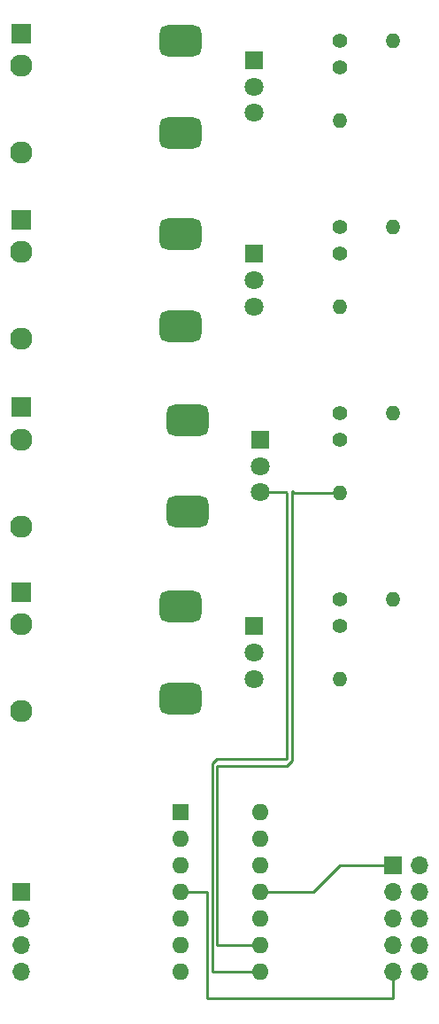
<source format=gbr>
%TF.GenerationSoftware,KiCad,Pcbnew,7.0.8*%
%TF.CreationDate,2023-10-15T22:05:21-04:00*%
%TF.ProjectId,Gates Out,47617465-7320-44f7-9574-2e6b69636164,rev?*%
%TF.SameCoordinates,Original*%
%TF.FileFunction,Copper,L1,Top*%
%TF.FilePolarity,Positive*%
%FSLAX46Y46*%
G04 Gerber Fmt 4.6, Leading zero omitted, Abs format (unit mm)*
G04 Created by KiCad (PCBNEW 7.0.8) date 2023-10-15 22:05:21*
%MOMM*%
%LPD*%
G01*
G04 APERTURE LIST*
G04 Aperture macros list*
%AMRoundRect*
0 Rectangle with rounded corners*
0 $1 Rounding radius*
0 $2 $3 $4 $5 $6 $7 $8 $9 X,Y pos of 4 corners*
0 Add a 4 corners polygon primitive as box body*
4,1,4,$2,$3,$4,$5,$6,$7,$8,$9,$2,$3,0*
0 Add four circle primitives for the rounded corners*
1,1,$1+$1,$2,$3*
1,1,$1+$1,$4,$5*
1,1,$1+$1,$6,$7*
1,1,$1+$1,$8,$9*
0 Add four rect primitives between the rounded corners*
20,1,$1+$1,$2,$3,$4,$5,0*
20,1,$1+$1,$4,$5,$6,$7,0*
20,1,$1+$1,$6,$7,$8,$9,0*
20,1,$1+$1,$8,$9,$2,$3,0*%
G04 Aperture macros list end*
%TA.AperFunction,ComponentPad*%
%ADD10R,1.600000X1.600000*%
%TD*%
%TA.AperFunction,ComponentPad*%
%ADD11O,1.600000X1.600000*%
%TD*%
%TA.AperFunction,ComponentPad*%
%ADD12R,1.800000X1.800000*%
%TD*%
%TA.AperFunction,ComponentPad*%
%ADD13C,1.800000*%
%TD*%
%TA.AperFunction,ComponentPad*%
%ADD14RoundRect,0.750000X1.250000X0.750000X-1.250000X0.750000X-1.250000X-0.750000X1.250000X-0.750000X0*%
%TD*%
%TA.AperFunction,ComponentPad*%
%ADD15C,1.400000*%
%TD*%
%TA.AperFunction,ComponentPad*%
%ADD16O,1.400000X1.400000*%
%TD*%
%TA.AperFunction,ComponentPad*%
%ADD17R,1.930000X1.830000*%
%TD*%
%TA.AperFunction,ComponentPad*%
%ADD18C,2.130000*%
%TD*%
%TA.AperFunction,ComponentPad*%
%ADD19O,1.700000X1.700000*%
%TD*%
%TA.AperFunction,ComponentPad*%
%ADD20R,1.700000X1.700000*%
%TD*%
%TA.AperFunction,Conductor*%
%ADD21C,0.250000*%
%TD*%
G04 APERTURE END LIST*
D10*
%TO.P,U1,1*%
%TO.N,Net-(J3-PadT)*%
X147320000Y-132080000D03*
D11*
%TO.P,U1,2,-*%
%TO.N,Net-(U1A--)*%
X147320000Y-134620000D03*
%TO.P,U1,3,+*%
%TO.N,in1*%
X147320000Y-137160000D03*
%TO.P,U1,4,V+*%
%TO.N,Net-(J1-Pin_9)*%
X147320000Y-139700000D03*
%TO.P,U1,5,+*%
%TO.N,in2*%
X147320000Y-142240000D03*
%TO.P,U1,6,-*%
%TO.N,Net-(U1B--)*%
X147320000Y-144780000D03*
%TO.P,U1,7*%
%TO.N,Net-(J4-PadT)*%
X147320000Y-147320000D03*
%TO.P,U1,8*%
%TO.N,Net-(J5-PadT)*%
X154940000Y-147320000D03*
%TO.P,U1,9,-*%
%TO.N,Net-(U1C--)*%
X154940000Y-144780000D03*
%TO.P,U1,10,+*%
%TO.N,in3*%
X154940000Y-142240000D03*
%TO.P,U1,11,V-*%
%TO.N,Net-(J1-Pin_1)*%
X154940000Y-139700000D03*
%TO.P,U1,12,+*%
%TO.N,in4*%
X154940000Y-137160000D03*
%TO.P,U1,13,-*%
%TO.N,Net-(U1D--)*%
X154940000Y-134620000D03*
%TO.P,U1,14*%
%TO.N,Net-(J6-PadT)*%
X154940000Y-132080000D03*
%TD*%
D12*
%TO.P,RV4,1,1*%
%TO.N,GND*%
X154320000Y-114340000D03*
D13*
%TO.P,RV4,2,2*%
%TO.N,unconnected-(RV4-Pad2)*%
X154320000Y-116840000D03*
%TO.P,RV4,3,3*%
%TO.N,Net-(J6-PadT)*%
X154320000Y-119340000D03*
D14*
%TO.P,RV4,MP*%
%TO.N,N/C*%
X147320000Y-112440000D03*
X147320000Y-121240000D03*
%TD*%
D12*
%TO.P,RV3,1,1*%
%TO.N,GND*%
X154940000Y-96520000D03*
D13*
%TO.P,RV3,2,2*%
%TO.N,unconnected-(RV3-Pad2)*%
X154940000Y-99020000D03*
%TO.P,RV3,3,3*%
%TO.N,Net-(J5-PadT)*%
X154940000Y-101520000D03*
D14*
%TO.P,RV3,MP*%
%TO.N,N/C*%
X147940000Y-94620000D03*
X147940000Y-103420000D03*
%TD*%
D12*
%TO.P,RV2,1,1*%
%TO.N,GND*%
X154320000Y-78780000D03*
D13*
%TO.P,RV2,2,2*%
%TO.N,unconnected-(RV2-Pad2)*%
X154320000Y-81280000D03*
%TO.P,RV2,3,3*%
%TO.N,Net-(J4-PadT)*%
X154320000Y-83780000D03*
D14*
%TO.P,RV2,MP*%
%TO.N,N/C*%
X147320000Y-76880000D03*
X147320000Y-85680000D03*
%TD*%
D12*
%TO.P,RV1,1,1*%
%TO.N,GND*%
X154320000Y-60320000D03*
D13*
%TO.P,RV1,2,2*%
%TO.N,unconnected-(RV1-Pad2)*%
X154320000Y-62820000D03*
%TO.P,RV1,3,3*%
%TO.N,Net-(J3-PadT)*%
X154320000Y-65320000D03*
D14*
%TO.P,RV1,MP*%
%TO.N,N/C*%
X147320000Y-58420000D03*
X147320000Y-67220000D03*
%TD*%
D15*
%TO.P,R8,1*%
%TO.N,Net-(J6-PadT)*%
X162560000Y-114300000D03*
D16*
%TO.P,R8,2*%
%TO.N,Net-(U1D--)*%
X162560000Y-119380000D03*
%TD*%
D15*
%TO.P,R7,1*%
%TO.N,GND*%
X162560000Y-111760000D03*
D16*
%TO.P,R7,2*%
%TO.N,Net-(U1D--)*%
X167640000Y-111760000D03*
%TD*%
D15*
%TO.P,R6,1*%
%TO.N,Net-(J5-PadT)*%
X162560000Y-96520000D03*
D16*
%TO.P,R6,2*%
%TO.N,Net-(U1C--)*%
X162560000Y-101600000D03*
%TD*%
D15*
%TO.P,R5,1*%
%TO.N,GND*%
X162560000Y-93980000D03*
D16*
%TO.P,R5,2*%
%TO.N,Net-(U1C--)*%
X167640000Y-93980000D03*
%TD*%
D15*
%TO.P,R4,1*%
%TO.N,Net-(J4-PadT)*%
X162560000Y-78740000D03*
D16*
%TO.P,R4,2*%
%TO.N,Net-(U1B--)*%
X162560000Y-83820000D03*
%TD*%
%TO.P,R3,2*%
%TO.N,Net-(U1B--)*%
X167640000Y-76200000D03*
D15*
%TO.P,R3,1*%
%TO.N,GND*%
X162560000Y-76200000D03*
%TD*%
%TO.P,R2,1*%
%TO.N,Net-(J3-PadT)*%
X162560000Y-60960000D03*
D16*
%TO.P,R2,2*%
%TO.N,Net-(U1A--)*%
X162560000Y-66040000D03*
%TD*%
D15*
%TO.P,R1,1*%
%TO.N,GND*%
X162560000Y-58420000D03*
D16*
%TO.P,R1,2*%
%TO.N,Net-(U1A--)*%
X167640000Y-58420000D03*
%TD*%
D17*
%TO.P,J6,S*%
%TO.N,GND*%
X132080000Y-111060000D03*
D18*
%TO.P,J6,T*%
%TO.N,Net-(J6-PadT)*%
X132080000Y-122460000D03*
%TO.P,J6,TN*%
%TO.N,unconnected-(J6-PadTN)*%
X132080000Y-114160000D03*
%TD*%
D17*
%TO.P,J5,S*%
%TO.N,GND*%
X132080000Y-93420000D03*
D18*
%TO.P,J5,T*%
%TO.N,Net-(J5-PadT)*%
X132080000Y-104820000D03*
%TO.P,J5,TN*%
%TO.N,unconnected-(J5-PadTN)*%
X132080000Y-96520000D03*
%TD*%
D17*
%TO.P,J4,S*%
%TO.N,GND*%
X132080000Y-75500000D03*
D18*
%TO.P,J4,T*%
%TO.N,Net-(J4-PadT)*%
X132080000Y-86900000D03*
%TO.P,J4,TN*%
%TO.N,unconnected-(J4-PadTN)*%
X132080000Y-78600000D03*
%TD*%
D17*
%TO.P,J3,S*%
%TO.N,GND*%
X132080000Y-57720000D03*
D18*
%TO.P,J3,T*%
%TO.N,Net-(J3-PadT)*%
X132080000Y-69120000D03*
%TO.P,J3,TN*%
%TO.N,unconnected-(J3-PadTN)*%
X132080000Y-60820000D03*
%TD*%
D19*
%TO.P,J2,4,Pin_4*%
%TO.N,in4*%
X132080000Y-147320000D03*
%TO.P,J2,3,Pin_3*%
%TO.N,in3*%
X132080000Y-144780000D03*
%TO.P,J2,2,Pin_2*%
%TO.N,in2*%
X132080000Y-142240000D03*
D20*
%TO.P,J2,1,Pin_1*%
%TO.N,in1*%
X132080000Y-139700000D03*
%TD*%
%TO.P,J1,1,Pin_1*%
%TO.N,Net-(J1-Pin_1)*%
X167640000Y-137160000D03*
D19*
%TO.P,J1,2,Pin_2*%
%TO.N,unconnected-(J1-Pin_2-Pad2)*%
X170180000Y-137160000D03*
%TO.P,J1,3,Pin_3*%
%TO.N,unconnected-(J1-Pin_3-Pad3)*%
X167640000Y-139700000D03*
%TO.P,J1,4,Pin_4*%
%TO.N,unconnected-(J1-Pin_4-Pad4)*%
X170180000Y-139700000D03*
%TO.P,J1,5,Pin_5*%
%TO.N,unconnected-(J1-Pin_5-Pad5)*%
X167640000Y-142240000D03*
%TO.P,J1,6,Pin_6*%
%TO.N,unconnected-(J1-Pin_6-Pad6)*%
X170180000Y-142240000D03*
%TO.P,J1,7,Pin_7*%
%TO.N,unconnected-(J1-Pin_7-Pad7)*%
X167640000Y-144780000D03*
%TO.P,J1,8,Pin_8*%
%TO.N,unconnected-(J1-Pin_8-Pad8)*%
X170180000Y-144780000D03*
%TO.P,J1,9,Pin_9*%
%TO.N,Net-(J1-Pin_9)*%
X167640000Y-147320000D03*
%TO.P,J1,10,Pin_10*%
%TO.N,unconnected-(J1-Pin_10-Pad10)*%
X170180000Y-147320000D03*
%TD*%
D21*
%TO.N,Net-(U1C--)*%
X154940000Y-144780000D02*
X150760000Y-144780000D01*
X150760000Y-144780000D02*
X150760000Y-127636396D01*
X150760000Y-127636396D02*
X157480000Y-127636396D01*
X157480000Y-127636396D02*
X157930000Y-127186396D01*
X157930000Y-127186396D02*
X157930000Y-101413604D01*
X157930000Y-101413604D02*
X158116396Y-101600000D01*
X158116396Y-101600000D02*
X162560000Y-101600000D01*
%TO.N,Net-(J5-PadT)*%
X150310000Y-127450000D02*
X150760000Y-127000000D01*
X150760000Y-127000000D02*
X157480000Y-127000000D01*
X157480000Y-127000000D02*
X157480000Y-101600000D01*
X154940000Y-147320000D02*
X150310000Y-147320000D01*
X150310000Y-147320000D02*
X150310000Y-127450000D01*
X157480000Y-101600000D02*
X157400000Y-101520000D01*
X157400000Y-101520000D02*
X154940000Y-101520000D01*
%TO.N,Net-(J1-Pin_1)*%
X162560000Y-137160000D02*
X160020000Y-139700000D01*
X167640000Y-137160000D02*
X162560000Y-137160000D01*
X160020000Y-139700000D02*
X154940000Y-139700000D01*
%TO.N,Net-(J1-Pin_9)*%
X149860000Y-149860000D02*
X149860000Y-139700000D01*
X167640000Y-147320000D02*
X167640000Y-149860000D01*
X167640000Y-149860000D02*
X149860000Y-149860000D01*
X149860000Y-139700000D02*
X147320000Y-139700000D01*
%TD*%
M02*

</source>
